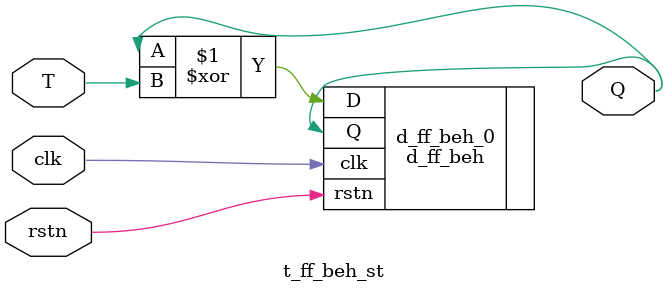
<source format=v>
module t_ff_beh_st (
    input rstn, clk, T,
    output Q
);
    d_ff_beh d_ff_beh_0 (
        .rstn (rstn),
        .clk (clk),
        .D (Q ^ T),
        .Q (Q)
    );
endmodule

</source>
